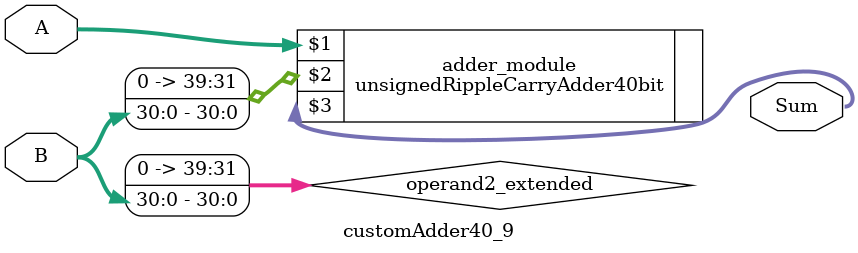
<source format=v>
module customAdder40_9(
                        input [39 : 0] A,
                        input [30 : 0] B,
                        
                        output [40 : 0] Sum
                );

        wire [39 : 0] operand2_extended;
        
        assign operand2_extended =  {9'b0, B};
        
        unsignedRippleCarryAdder40bit adder_module(
            A,
            operand2_extended,
            Sum
        );
        
        endmodule
        
</source>
